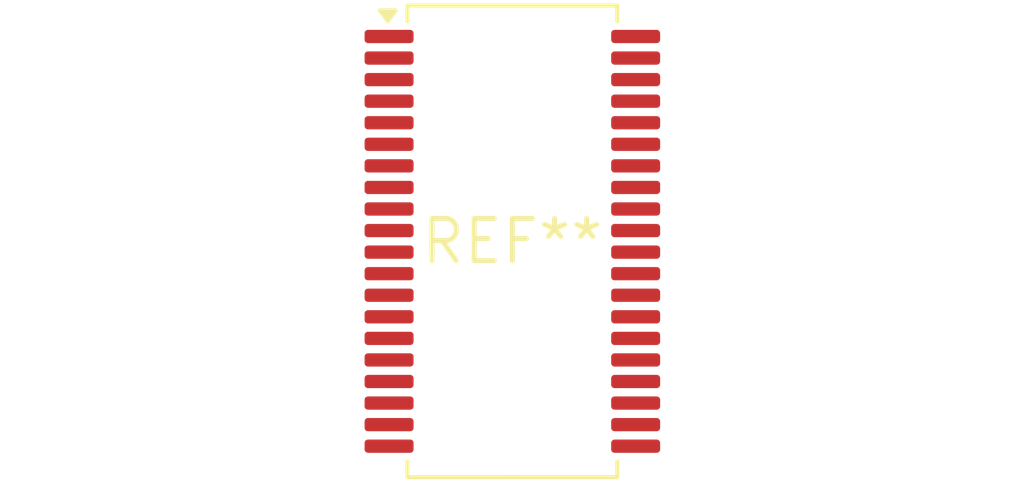
<source format=kicad_pcb>
(kicad_pcb (version 20240108) (generator pcbnew)
  (layers (0 "F.Cu" signal) (31 "B.Cu" signal) (34 "B.Paste" user) (35 "F.Paste" user) (36 "B.SilkS" user "B.Silkscreen") (37 "F.SilkS" user "F.Silkscreen") (38 "B.Mask" user) (39 "F.Mask" user) (44 "Edge.Cuts" user))
  (net 0 "")
  (footprint "TSSOP-40_6.1x14mm_P0.65mm" (layer "F.Cu") (at 0 0)
    (property "Reference" "REF**")
    (property "Value" "TSSOP-40_6.1x14mm_P0.65mm")
    (fp_line (start -3.16 -7.11) (end -3.16 -6.635) (layer "F.SilkS") (stroke (width 0.12)))
    (fp_line (start -3.16 7.11) (end -3.16 6.635) (layer "F.SilkS") (stroke (width 0.12)))
    (fp_line (start 0 -7.11) (end -3.16 -7.11) (layer "F.SilkS") (stroke (width 0.12)))
    (fp_line (start 0 -7.11) (end 3.16 -7.11) (layer "F.SilkS") (stroke (width 0.12)))
    (fp_line (start 0 7.11) (end -3.16 7.11) (layer "F.SilkS") (stroke (width 0.12)))
    (fp_line (start 0 7.11) (end 3.16 7.11) (layer "F.SilkS") (stroke (width 0.12)))
    (fp_line (start 3.16 -7.11) (end 3.16 -6.635) (layer "F.SilkS") (stroke (width 0.12)))
    (fp_line (start 3.16 7.11) (end 3.16 6.635) (layer "F.SilkS") (stroke (width 0.12)))
    (fp_poly (pts (xy -3.75 -6.635) (xy -3.99 -6.965) (xy -3.51 -6.965) (xy -3.75 -6.635)) (layer "F.SilkS") (stroke (width 0.12)) (fill solid))
    (pad "1" smd roundrect (at -3.7125 -6.175) (size 1.475 0.4) (layers "F.Cu" "F.Paste" "F.Mask"))
    (pad "2" smd roundrect (at -3.7125 -5.525) (size 1.475 0.4) (layers "F.Cu" "F.Paste" "F.Mask"))
    (pad "3" smd roundrect (at -3.7125 -4.875) (size 1.475 0.4) (layers "F.Cu" "F.Paste" "F.Mask"))
    (pad "4" smd roundrect (at -3.7125 -4.225) (size 1.475 0.4) (layers "F.Cu" "F.Paste" "F.Mask"))
    (pad "5" smd roundrect (at -3.7125 -3.575) (size 1.475 0.4) (layers "F.Cu" "F.Paste" "F.Mask"))
    (pad "6" smd roundrect (at -3.7125 -2.925) (size 1.475 0.4) (layers "F.Cu" "F.Paste" "F.Mask"))
    (pad "7" smd roundrect (at -3.7125 -2.275) (size 1.475 0.4) (layers "F.Cu" "F.Paste" "F.Mask"))
    (pad "8" smd roundrect (at -3.7125 -1.625) (size 1.475 0.4) (layers "F.Cu" "F.Paste" "F.Mask"))
    (pad "9" smd roundrect (at -3.7125 -0.975) (size 1.475 0.4) (layers "F.Cu" "F.Paste" "F.Mask"))
    (pad "10" smd roundrect (at -3.7125 -0.325) (size 1.475 0.4) (layers "F.Cu" "F.Paste" "F.Mask"))
    (pad "11" smd roundrect (at -3.7125 0.325) (size 1.475 0.4) (layers "F.Cu" "F.Paste" "F.Mask"))
    (pad "12" smd roundrect (at -3.7125 0.975) (size 1.475 0.4) (layers "F.Cu" "F.Paste" "F.Mask"))
    (pad "13" smd roundrect (at -3.7125 1.625) (size 1.475 0.4) (layers "F.Cu" "F.Paste" "F.Mask"))
    (pad "14" smd roundrect (at -3.7125 2.275) (size 1.475 0.4) (layers "F.Cu" "F.Paste" "F.Mask"))
    (pad "15" smd roundrect (at -3.7125 2.925) (size 1.475 0.4) (layers "F.Cu" "F.Paste" "F.Mask"))
    (pad "16" smd roundrect (at -3.7125 3.575) (size 1.475 0.4) (layers "F.Cu" "F.Paste" "F.Mask"))
    (pad "17" smd roundrect (at -3.7125 4.225) (size 1.475 0.4) (layers "F.Cu" "F.Paste" "F.Mask"))
    (pad "18" smd roundrect (at -3.7125 4.875) (size 1.475 0.4) (layers "F.Cu" "F.Paste" "F.Mask"))
    (pad "19" smd roundrect (at -3.7125 5.525) (size 1.475 0.4) (layers "F.Cu" "F.Paste" "F.Mask"))
    (pad "20" smd roundrect (at -3.7125 6.175) (size 1.475 0.4) (layers "F.Cu" "F.Paste" "F.Mask"))
    (pad "21" smd roundrect (at 3.7125 6.175) (size 1.475 0.4) (layers "F.Cu" "F.Paste" "F.Mask"))
    (pad "22" smd roundrect (at 3.7125 5.525) (size 1.475 0.4) (layers "F.Cu" "F.Paste" "F.Mask"))
    (pad "23" smd roundrect (at 3.7125 4.875) (size 1.475 0.4) (layers "F.Cu" "F.Paste" "F.Mask"))
    (pad "24" smd roundrect (at 3.7125 4.225) (size 1.475 0.4) (layers "F.Cu" "F.Paste" "F.Mask"))
    (pad "25" smd roundrect (at 3.7125 3.575) (size 1.475 0.4) (layers "F.Cu" "F.Paste" "F.Mask"))
    (pad "26" smd roundrect (at 3.7125 2.925) (size 1.475 0.4) (layers "F.Cu" "F.Paste" "F.Mask"))
    (pad "27" smd roundrect (at 3.7125 2.275) (size 1.475 0.4) (layers "F.Cu" "F.Paste" "F.Mask"))
    (pad "28" smd roundrect (at 3.7125 1.625) (size 1.475 0.4) (layers "F.Cu" "F.Paste" "F.Mask"))
    (pad "29" smd roundrect (at 3.7125 0.975) (size 1.475 0.4) (layers "F.Cu" "F.Paste" "F.Mask"))
    (pad "30" smd roundrect (at 3.7125 0.325) (size 1.475 0.4) (layers "F.Cu" "F.Paste" "F.Mask"))
    (pad "31" smd roundrect (at 3.7125 -0.325) (size 1.475 0.4) (layers "F.Cu" "F.Paste" "F.Mask"))
    (pad "32" smd roundrect (at 3.7125 -0.975) (size 1.475 0.4) (layers "F.Cu" "F.Paste" "F.Mask"))
    (pad "33" smd roundrect (at 3.7125 -1.625) (size 1.475 0.4) (layers "F.Cu" "F.Paste" "F.Mask"))
    (pad "34" smd roundrect (at 3.7125 -2.275) (size 1.475 0.4) (layers "F.Cu" "F.Paste" "F.Mask"))
    (pad "35" smd roundrect (at 3.7125 -2.925) (size 1.475 0.4) (layers "F.Cu" "F.Paste" "F.Mask"))
    (pad "36" smd roundrect (at 3.7125 -3.575) (size 1.475 0.4) (layers "F.Cu" "F.Paste" "F.Mask"))
    (pad "37" smd roundrect (at 3.7125 -4.225) (size 1.475 0.4) (layers "F.Cu" "F.Paste" "F.Mask"))
    (pad "38" smd roundrect (at 3.7125 -4.875) (size 1.475 0.4) (layers "F.Cu" "F.Paste" "F.Mask"))
    (pad "39" smd roundrect (at 3.7125 -5.525) (size 1.475 0.4) (layers "F.Cu" "F.Paste" "F.Mask"))
    (pad "40" smd roundrect (at 3.7125 -6.175) (size 1.475 0.4) (layers "F.Cu" "F.Paste" "F.Mask"))
  )
)
</source>
